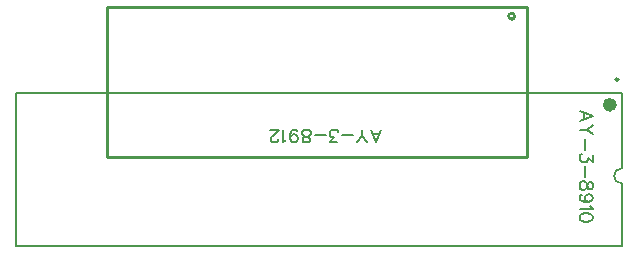
<source format=gto>
G04 Layer: TopSilkLayer*
G04 EasyEDA v6.4.19.5, 2021-04-22T06:46:41+01:00*
G04 125c642ea7bf4c30bcee29ea33573556,70d0fae58ee04a8b949032da60bbe542,10*
G04 Gerber Generator version 0.2*
G04 Scale: 100 percent, Rotated: No, Reflected: No *
G04 Dimensions in inches *
G04 leading zeros omitted , absolute positions ,3 integer and 6 decimal *
%FSLAX36Y36*%
%MOIN*%

%ADD10C,0.0100*%
%ADD17C,0.0090*%
%ADD18C,0.0079*%
%ADD19C,0.0236*%
%ADD20C,0.0098*%
%ADD21C,0.0060*%

%LPD*%
D21*
X153599Y-30399D02*
G01*
X170000Y12500D01*
X153599Y-30399D02*
G01*
X137299Y12500D01*
X163900Y-1799D02*
G01*
X143400Y-1799D01*
X123800Y-30399D02*
G01*
X107399Y-10000D01*
X107399Y12500D01*
X91000Y-30399D02*
G01*
X107399Y-10000D01*
X77500Y-5900D02*
G01*
X40699Y-5900D01*
X23100Y-30399D02*
G01*
X600Y-30399D01*
X12899Y-14000D01*
X6800Y-14000D01*
X2700Y-11999D01*
X600Y-10000D01*
X-1400Y-3800D01*
X-1400Y300D01*
X600Y6399D01*
X4700Y10500D01*
X10900Y12500D01*
X16999Y12500D01*
X23100Y10500D01*
X25200Y8499D01*
X27200Y4400D01*
X-14899Y-5900D02*
G01*
X-51700Y-5900D01*
X-75500Y-30399D02*
G01*
X-69300Y-28400D01*
X-67299Y-24299D01*
X-67299Y-20199D01*
X-69300Y-16100D01*
X-73400Y-14000D01*
X-81599Y-11999D01*
X-87700Y-10000D01*
X-91800Y-5900D01*
X-93900Y-1799D01*
X-93900Y4400D01*
X-91800Y8499D01*
X-89799Y10500D01*
X-83599Y12500D01*
X-75500Y12500D01*
X-69300Y10500D01*
X-67299Y8499D01*
X-65200Y4400D01*
X-65200Y-1799D01*
X-67299Y-5900D01*
X-71400Y-10000D01*
X-77500Y-11999D01*
X-85699Y-14000D01*
X-89799Y-16100D01*
X-91800Y-20199D01*
X-91800Y-24299D01*
X-89799Y-28400D01*
X-83599Y-30399D01*
X-75500Y-30399D01*
X-133999Y-16100D02*
G01*
X-131899Y-10000D01*
X-127799Y-5900D01*
X-121700Y-3800D01*
X-119600Y-3800D01*
X-113500Y-5900D01*
X-109399Y-10000D01*
X-107399Y-16100D01*
X-107399Y-18099D01*
X-109399Y-24299D01*
X-113500Y-28400D01*
X-119600Y-30399D01*
X-121700Y-30399D01*
X-127799Y-28400D01*
X-131899Y-24299D01*
X-133999Y-16100D01*
X-133999Y-5900D01*
X-131899Y4400D01*
X-127799Y10500D01*
X-121700Y12500D01*
X-117600Y12500D01*
X-111499Y10500D01*
X-109399Y6399D01*
X-147500Y-22199D02*
G01*
X-151499Y-24299D01*
X-157700Y-30399D01*
X-157700Y12500D01*
X-173199Y-20199D02*
G01*
X-173199Y-22199D01*
X-175299Y-26300D01*
X-177299Y-28400D01*
X-181400Y-30399D01*
X-189600Y-30399D01*
X-193699Y-28400D01*
X-195699Y-26300D01*
X-197799Y-22199D01*
X-197799Y-18099D01*
X-195699Y-14000D01*
X-191599Y-7899D01*
X-171199Y12500D01*
X-199799Y12500D01*
X875399Y58600D02*
G01*
X832500Y75000D01*
X875399Y58600D02*
G01*
X832500Y42300D01*
X846800Y68899D02*
G01*
X846800Y48400D01*
X875399Y28800D02*
G01*
X855000Y12399D01*
X832500Y12399D01*
X875399Y-4000D02*
G01*
X855000Y12399D01*
X850900Y-17500D02*
G01*
X850900Y-54299D01*
X875399Y-71900D02*
G01*
X875399Y-94400D01*
X858999Y-82100D01*
X858999Y-88200D01*
X856999Y-92300D01*
X855000Y-94400D01*
X848800Y-96399D01*
X844700Y-96399D01*
X838599Y-94400D01*
X834499Y-90300D01*
X832500Y-84099D01*
X832500Y-78000D01*
X834499Y-71900D01*
X836499Y-69800D01*
X840600Y-67800D01*
X850900Y-109899D02*
G01*
X850900Y-146700D01*
X875399Y-170500D02*
G01*
X873400Y-164299D01*
X869300Y-162300D01*
X865200Y-162300D01*
X861099Y-164299D01*
X858999Y-168400D01*
X856999Y-176599D01*
X855000Y-182699D01*
X850900Y-186799D01*
X846800Y-188899D01*
X840600Y-188899D01*
X836499Y-186799D01*
X834499Y-184800D01*
X832500Y-178600D01*
X832500Y-170500D01*
X834499Y-164299D01*
X836499Y-162300D01*
X840600Y-160199D01*
X846800Y-160199D01*
X850900Y-162300D01*
X855000Y-166399D01*
X856999Y-172500D01*
X858999Y-180700D01*
X861099Y-184800D01*
X865200Y-186799D01*
X869300Y-186799D01*
X873400Y-184800D01*
X875399Y-178600D01*
X875399Y-170500D01*
X861099Y-229000D02*
G01*
X855000Y-226900D01*
X850900Y-222800D01*
X848800Y-216700D01*
X848800Y-214600D01*
X850900Y-208499D01*
X855000Y-204400D01*
X861099Y-202399D01*
X863100Y-202399D01*
X869300Y-204400D01*
X873400Y-208499D01*
X875399Y-214600D01*
X875399Y-216700D01*
X873400Y-222800D01*
X869300Y-226900D01*
X861099Y-229000D01*
X850900Y-229000D01*
X840600Y-226900D01*
X834499Y-222800D01*
X832500Y-216700D01*
X832500Y-212600D01*
X834499Y-206500D01*
X838599Y-204400D01*
X867200Y-242500D02*
G01*
X869300Y-246500D01*
X875399Y-252699D01*
X832500Y-252699D01*
X875399Y-278499D02*
G01*
X873400Y-272300D01*
X867200Y-268200D01*
X856999Y-266199D01*
X850900Y-266199D01*
X840600Y-268200D01*
X834499Y-272300D01*
X832500Y-278499D01*
X832500Y-282500D01*
X834499Y-288699D01*
X840600Y-292800D01*
X850900Y-294800D01*
X856999Y-294800D01*
X867200Y-292800D01*
X873400Y-288699D01*
X875399Y-282500D01*
X875399Y-278499D01*
D17*
X655000Y420000D02*
G01*
X-745000Y420000D01*
X-745000Y-80000D01*
X655000Y-80000D01*
X655000Y420000D01*
D18*
X-945787Y134331D02*
G01*
X-745787Y134331D01*
X-845000Y134331D02*
G01*
X-645000Y134331D01*
X-445000Y134331D01*
X-245000Y134331D01*
X-45000Y134331D01*
X971535Y134331D01*
X971535Y55000D01*
X971535Y-116849D01*
X-1045787Y-284331D02*
G01*
X-1045787Y-75000D01*
X-1045787Y134331D01*
X-836457Y134331D01*
X-1045000Y-375000D02*
G01*
X-845000Y-375000D01*
X-1045000Y-375000D01*
X-845000Y-375000D01*
X-645000Y-375000D01*
X-445000Y-375000D01*
X-245000Y-375000D01*
X-45000Y-375000D01*
X971535Y-375000D01*
X971535Y-295000D01*
X971535Y-166849D01*
X-1045787Y-165668D02*
G01*
X-1045787Y-375000D01*
X-836457Y-375000D01*
X-945787Y-375000D02*
G01*
X-745787Y-375000D01*
D19*
G75*
G01*
X944000Y95000D02*
G03*
X944000Y94800I-11811J-100D01*
D20*
G75*
G01*
X961100Y180000D02*
G03*
X961100Y179900I-4921J-50D01*
D18*
G75*
G01*
X971500Y-116900D02*
G03*
X971500Y-166900I0J-25000D01*
D10*
G75*
G01
X615000Y390000D02*
G03X615000Y390000I-10000J0D01*
M02*

</source>
